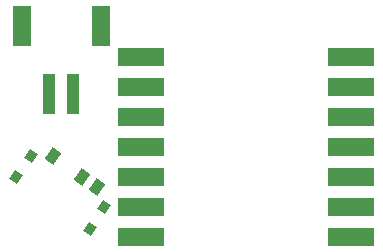
<source format=gbp>
G04*
G04 #@! TF.GenerationSoftware,Altium Limited,Altium Designer,21.8.1 (53)*
G04*
G04 Layer_Color=128*
%FSLAX25Y25*%
%MOIN*%
G70*
G04*
G04 #@! TF.SameCoordinates,BB14BC4D-F75F-4C2B-B3D6-E291CF296C5C*
G04*
G04*
G04 #@! TF.FilePolarity,Positive*
G04*
G01*
G75*
G04:AMPARAMS|DCode=78|XSize=47.24mil|YSize=35.43mil|CornerRadius=0mil|HoleSize=0mil|Usage=FLASHONLY|Rotation=55.000|XOffset=0mil|YOffset=0mil|HoleType=Round|Shape=Rectangle|*
%AMROTATEDRECTD78*
4,1,4,0.00096,-0.02951,-0.02806,-0.00919,-0.00096,0.02951,0.02806,0.00919,0.00096,-0.02951,0.0*
%
%ADD78ROTATEDRECTD78*%

G04:AMPARAMS|DCode=79|XSize=35.43mil|YSize=31.5mil|CornerRadius=0mil|HoleSize=0mil|Usage=FLASHONLY|Rotation=55.000|XOffset=0mil|YOffset=0mil|HoleType=Round|Shape=Rectangle|*
%AMROTATEDRECTD79*
4,1,4,0.00274,-0.02355,-0.02306,-0.00548,-0.00274,0.02355,0.02306,0.00548,0.00274,-0.02355,0.0*
%
%ADD79ROTATEDRECTD79*%

%ADD80R,0.03937X0.13780*%
%ADD81R,0.05906X0.13386*%
%ADD82R,0.15748X0.06000*%
D78*
X348761Y65902D02*
D03*
X358436Y59127D02*
D03*
X363274Y55740D02*
D03*
D79*
X365901Y48854D02*
D03*
X341391Y66016D02*
D03*
X336423Y58921D02*
D03*
X360933Y41759D02*
D03*
D80*
X347563Y86705D02*
D03*
X355437D02*
D03*
D81*
X338311Y109343D02*
D03*
X364689D02*
D03*
D82*
X448000Y59000D02*
D03*
Y39000D02*
D03*
Y49000D02*
D03*
Y89000D02*
D03*
Y79000D02*
D03*
Y69000D02*
D03*
Y99000D02*
D03*
X378000D02*
D03*
Y69000D02*
D03*
Y79000D02*
D03*
Y89000D02*
D03*
Y59000D02*
D03*
Y49000D02*
D03*
Y39000D02*
D03*
M02*

</source>
